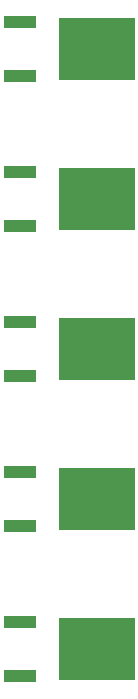
<source format=gtp>
G04 EAGLE Gerber RS-274X export*
G75*
%MOMM*%
%FSLAX34Y34*%
%LPD*%
%INTop Paste*%
%IPPOS*%
%AMOC8*
5,1,8,0,0,1.08239X$1,22.5*%
G01*
%ADD10R,2.750000X1.000000*%
%ADD11R,6.500000X5.300000*%


D10*
X589550Y581700D03*
D11*
X655050Y558800D03*
D10*
X589550Y535900D03*
X589550Y454700D03*
D11*
X655050Y431800D03*
D10*
X589550Y408900D03*
X589550Y708700D03*
D11*
X655050Y685800D03*
D10*
X589550Y662900D03*
X589550Y327700D03*
D11*
X655050Y304800D03*
D10*
X589550Y281900D03*
X589550Y835700D03*
D11*
X655050Y812800D03*
D10*
X589550Y789900D03*
M02*

</source>
